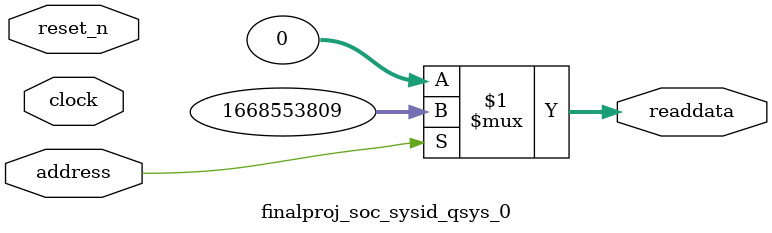
<source format=v>



// synthesis translate_off
`timescale 1ns / 1ps
// synthesis translate_on

// turn off superfluous verilog processor warnings 
// altera message_level Level1 
// altera message_off 10034 10035 10036 10037 10230 10240 10030 

module finalproj_soc_sysid_qsys_0 (
               // inputs:
                address,
                clock,
                reset_n,

               // outputs:
                readdata
             )
;

  output  [ 31: 0] readdata;
  input            address;
  input            clock;
  input            reset_n;

  wire    [ 31: 0] readdata;
  //control_slave, which is an e_avalon_slave
  assign readdata = address ? 1668553809 : 0;

endmodule



</source>
